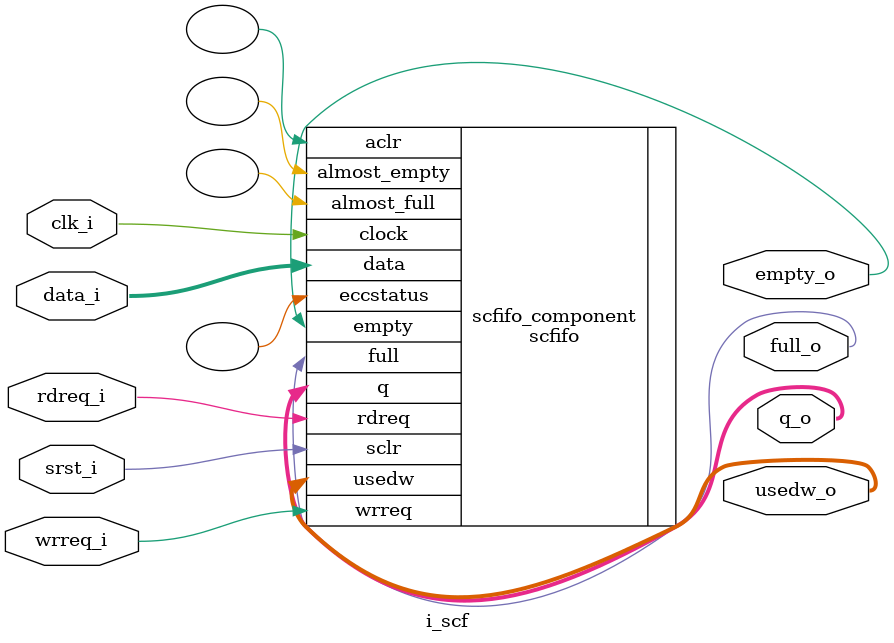
<source format=sv>
`timescale 1 ps / 1 ps

module i_scf

#( parameter DWIDTH = 8, AWIDTH = 8, SHOWAHEAD = "OFF" )

(
  input logic               clk_i, srst_i, 
  input logic               rdreq_i, wrreq_i,
  input logic  [DWIDTH-1:0] data_i,
  
  output logic              empty_o, full_o,
  output logic [DWIDTH-1:0] q_o,
  output logic [AWIDTH-1:0] usedw_o
);  

	scfifo	scfifo_component (
    .clock        ( clk_i ),
    .data         ( data_i ),
    .rdreq        ( rdreq_i ),
    .sclr         ( srst_i ),
    .wrreq        ( wrreq_i ),
    .empty        ( empty_o ),
    .full         ( full_o ),
    .q            ( q_o ),
    .usedw        ( usedw_o ),
		.aclr         (),
		.almost_empty (),
    .almost_full  (),
		.eccstatus    ());
	
  defparam
		scfifo_component.add_ram_output_register = "OFF",
		scfifo_component.intended_device_family  = "Cyclone V",
    scfifo_component.lpm_numwords            = ( ( 2**AWIDTH ) - 1 ),
		scfifo_component.lpm_showahead           = SHOWAHEAD,
		scfifo_component.lpm_type                = "scfifo",
		scfifo_component.lpm_width               = DWIDTH,
		scfifo_component.lpm_widthu              = AWIDTH,
		scfifo_component.overflow_checking       = "ON",
		scfifo_component.underflow_checking      = "ON",
		scfifo_component.use_eab                 = "ON";


endmodule

</source>
